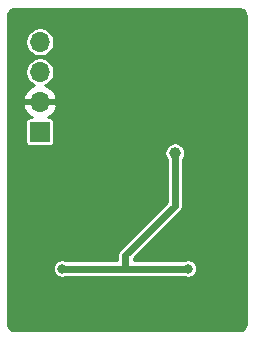
<source format=gbl>
G04 #@! TF.GenerationSoftware,KiCad,Pcbnew,(5.1.10)-1*
G04 #@! TF.CreationDate,2021-08-02T23:12:01-04:00*
G04 #@! TF.ProjectId,entropy r3,656e7472-6f70-4792-9072-332e6b696361,rev?*
G04 #@! TF.SameCoordinates,Original*
G04 #@! TF.FileFunction,Copper,L2,Bot*
G04 #@! TF.FilePolarity,Positive*
%FSLAX46Y46*%
G04 Gerber Fmt 4.6, Leading zero omitted, Abs format (unit mm)*
G04 Created by KiCad (PCBNEW (5.1.10)-1) date 2021-08-02 23:12:01*
%MOMM*%
%LPD*%
G01*
G04 APERTURE LIST*
G04 #@! TA.AperFunction,ComponentPad*
%ADD10C,1.000000*%
G04 #@! TD*
G04 #@! TA.AperFunction,ComponentPad*
%ADD11R,1.700000X1.700000*%
G04 #@! TD*
G04 #@! TA.AperFunction,ComponentPad*
%ADD12O,1.700000X1.700000*%
G04 #@! TD*
G04 #@! TA.AperFunction,ViaPad*
%ADD13C,0.800000*%
G04 #@! TD*
G04 #@! TA.AperFunction,Conductor*
%ADD14C,0.609600*%
G04 #@! TD*
G04 #@! TA.AperFunction,Conductor*
%ADD15C,0.254000*%
G04 #@! TD*
G04 #@! TA.AperFunction,Conductor*
%ADD16C,0.100000*%
G04 #@! TD*
G04 APERTURE END LIST*
D10*
X147066000Y-67564000D03*
D11*
X135636000Y-65786000D03*
D12*
X135636000Y-63246000D03*
X135636000Y-60706000D03*
X135636000Y-58166000D03*
D13*
X147600000Y-60800000D03*
X142000000Y-62900000D03*
X152300000Y-56200000D03*
X142300000Y-57800000D03*
X133500000Y-56000000D03*
X133500000Y-82000000D03*
X152600000Y-81900000D03*
X137200000Y-62200000D03*
X137200000Y-64400000D03*
X133800000Y-62200000D03*
X133800000Y-64400000D03*
X152400000Y-59400000D03*
X145600000Y-64900000D03*
X142100000Y-72100000D03*
X137400000Y-73600000D03*
X140800000Y-82100000D03*
X142300000Y-80500000D03*
X143800000Y-80500000D03*
X147300000Y-82000000D03*
X152500000Y-75200000D03*
X145400000Y-75300000D03*
X148100000Y-72100000D03*
X142000000Y-60400000D03*
X144900000Y-67800000D03*
X148200000Y-76100000D03*
X138200000Y-79000000D03*
X140323000Y-69862000D03*
X141100000Y-67400000D03*
X137527000Y-77357000D03*
X148195000Y-77357000D03*
D14*
X137527000Y-77357000D02*
X142889000Y-77357000D01*
X142889000Y-77357000D02*
X148195000Y-77357000D01*
X142889000Y-76214000D02*
X142889000Y-77357000D01*
X147066000Y-72037000D02*
X142889000Y-76214000D01*
X147066000Y-67564000D02*
X147066000Y-72037000D01*
D15*
X152614994Y-55419222D02*
X152725614Y-55452620D01*
X152827639Y-55506868D01*
X152917179Y-55579895D01*
X152990833Y-55668925D01*
X153045792Y-55770572D01*
X153079960Y-55880949D01*
X153094000Y-56014528D01*
X153094001Y-81980136D01*
X153080778Y-82114994D01*
X153047379Y-82225615D01*
X152993132Y-82327639D01*
X152920106Y-82417179D01*
X152831072Y-82490834D01*
X152729428Y-82545792D01*
X152619051Y-82579960D01*
X152485472Y-82594000D01*
X133519854Y-82594000D01*
X133385006Y-82580778D01*
X133274385Y-82547379D01*
X133172361Y-82493132D01*
X133082821Y-82420106D01*
X133009166Y-82331072D01*
X132954208Y-82229428D01*
X132920040Y-82119051D01*
X132906000Y-81985472D01*
X132906000Y-77280078D01*
X136746000Y-77280078D01*
X136746000Y-77433922D01*
X136776013Y-77584809D01*
X136834887Y-77726942D01*
X136920358Y-77854859D01*
X137029141Y-77963642D01*
X137157058Y-78049113D01*
X137299191Y-78107987D01*
X137450078Y-78138000D01*
X137603922Y-78138000D01*
X137754809Y-78107987D01*
X137896942Y-78049113D01*
X137906390Y-78042800D01*
X142855312Y-78042800D01*
X142889000Y-78046118D01*
X142922689Y-78042800D01*
X147815610Y-78042800D01*
X147825058Y-78049113D01*
X147967191Y-78107987D01*
X148118078Y-78138000D01*
X148271922Y-78138000D01*
X148422809Y-78107987D01*
X148564942Y-78049113D01*
X148692859Y-77963642D01*
X148801642Y-77854859D01*
X148887113Y-77726942D01*
X148945987Y-77584809D01*
X148976000Y-77433922D01*
X148976000Y-77280078D01*
X148945987Y-77129191D01*
X148887113Y-76987058D01*
X148801642Y-76859141D01*
X148692859Y-76750358D01*
X148564942Y-76664887D01*
X148422809Y-76606013D01*
X148271922Y-76576000D01*
X148118078Y-76576000D01*
X147967191Y-76606013D01*
X147825058Y-76664887D01*
X147815610Y-76671200D01*
X143574800Y-76671200D01*
X143574800Y-76498067D01*
X147527115Y-72545753D01*
X147553280Y-72524280D01*
X147638981Y-72419853D01*
X147702662Y-72300714D01*
X147741877Y-72171440D01*
X147751800Y-72070689D01*
X147751800Y-72070680D01*
X147755117Y-72037001D01*
X147751800Y-72003322D01*
X147751800Y-68123387D01*
X147846732Y-67981310D01*
X147913144Y-67820978D01*
X147947000Y-67650771D01*
X147947000Y-67477229D01*
X147913144Y-67307022D01*
X147846732Y-67146690D01*
X147750318Y-67002395D01*
X147627605Y-66879682D01*
X147483310Y-66783268D01*
X147322978Y-66716856D01*
X147152771Y-66683000D01*
X146979229Y-66683000D01*
X146809022Y-66716856D01*
X146648690Y-66783268D01*
X146504395Y-66879682D01*
X146381682Y-67002395D01*
X146285268Y-67146690D01*
X146218856Y-67307022D01*
X146185000Y-67477229D01*
X146185000Y-67650771D01*
X146218856Y-67820978D01*
X146285268Y-67981310D01*
X146380200Y-68123387D01*
X146380201Y-71752931D01*
X142427887Y-75705246D01*
X142401720Y-75726721D01*
X142316019Y-75831148D01*
X142252338Y-75950287D01*
X142213123Y-76079561D01*
X142203200Y-76180312D01*
X142203200Y-76180321D01*
X142199883Y-76214000D01*
X142203200Y-76247679D01*
X142203200Y-76671200D01*
X137906390Y-76671200D01*
X137896942Y-76664887D01*
X137754809Y-76606013D01*
X137603922Y-76576000D01*
X137450078Y-76576000D01*
X137299191Y-76606013D01*
X137157058Y-76664887D01*
X137029141Y-76750358D01*
X136920358Y-76859141D01*
X136834887Y-76987058D01*
X136776013Y-77129191D01*
X136746000Y-77280078D01*
X132906000Y-77280078D01*
X132906000Y-63602890D01*
X134194524Y-63602890D01*
X134239175Y-63750099D01*
X134364359Y-64012920D01*
X134538412Y-64246269D01*
X134754645Y-64441178D01*
X134942633Y-64553157D01*
X134786000Y-64553157D01*
X134711311Y-64560513D01*
X134639492Y-64582299D01*
X134573304Y-64617678D01*
X134515289Y-64665289D01*
X134467678Y-64723304D01*
X134432299Y-64789492D01*
X134410513Y-64861311D01*
X134403157Y-64936000D01*
X134403157Y-66636000D01*
X134410513Y-66710689D01*
X134432299Y-66782508D01*
X134467678Y-66848696D01*
X134515289Y-66906711D01*
X134573304Y-66954322D01*
X134639492Y-66989701D01*
X134711311Y-67011487D01*
X134786000Y-67018843D01*
X136486000Y-67018843D01*
X136560689Y-67011487D01*
X136632508Y-66989701D01*
X136698696Y-66954322D01*
X136756711Y-66906711D01*
X136804322Y-66848696D01*
X136839701Y-66782508D01*
X136861487Y-66710689D01*
X136868843Y-66636000D01*
X136868843Y-64936000D01*
X136861487Y-64861311D01*
X136839701Y-64789492D01*
X136804322Y-64723304D01*
X136756711Y-64665289D01*
X136698696Y-64617678D01*
X136632508Y-64582299D01*
X136560689Y-64560513D01*
X136486000Y-64553157D01*
X136329367Y-64553157D01*
X136517355Y-64441178D01*
X136733588Y-64246269D01*
X136907641Y-64012920D01*
X137032825Y-63750099D01*
X137077476Y-63602890D01*
X136956155Y-63373000D01*
X135763000Y-63373000D01*
X135763000Y-63393000D01*
X135509000Y-63393000D01*
X135509000Y-63373000D01*
X134315845Y-63373000D01*
X134194524Y-63602890D01*
X132906000Y-63602890D01*
X132906000Y-62889110D01*
X134194524Y-62889110D01*
X134315845Y-63119000D01*
X135509000Y-63119000D01*
X135509000Y-63099000D01*
X135763000Y-63099000D01*
X135763000Y-63119000D01*
X136956155Y-63119000D01*
X137077476Y-62889110D01*
X137032825Y-62741901D01*
X136907641Y-62479080D01*
X136733588Y-62245731D01*
X136517355Y-62050822D01*
X136267252Y-61901843D01*
X136104832Y-61844228D01*
X136219097Y-61796898D01*
X136420717Y-61662180D01*
X136592180Y-61490717D01*
X136726898Y-61289097D01*
X136819693Y-61065069D01*
X136867000Y-60827243D01*
X136867000Y-60584757D01*
X136819693Y-60346931D01*
X136726898Y-60122903D01*
X136592180Y-59921283D01*
X136420717Y-59749820D01*
X136219097Y-59615102D01*
X135995069Y-59522307D01*
X135757243Y-59475000D01*
X135514757Y-59475000D01*
X135276931Y-59522307D01*
X135052903Y-59615102D01*
X134851283Y-59749820D01*
X134679820Y-59921283D01*
X134545102Y-60122903D01*
X134452307Y-60346931D01*
X134405000Y-60584757D01*
X134405000Y-60827243D01*
X134452307Y-61065069D01*
X134545102Y-61289097D01*
X134679820Y-61490717D01*
X134851283Y-61662180D01*
X135052903Y-61796898D01*
X135167168Y-61844228D01*
X135004748Y-61901843D01*
X134754645Y-62050822D01*
X134538412Y-62245731D01*
X134364359Y-62479080D01*
X134239175Y-62741901D01*
X134194524Y-62889110D01*
X132906000Y-62889110D01*
X132906000Y-58044757D01*
X134405000Y-58044757D01*
X134405000Y-58287243D01*
X134452307Y-58525069D01*
X134545102Y-58749097D01*
X134679820Y-58950717D01*
X134851283Y-59122180D01*
X135052903Y-59256898D01*
X135276931Y-59349693D01*
X135514757Y-59397000D01*
X135757243Y-59397000D01*
X135995069Y-59349693D01*
X136219097Y-59256898D01*
X136420717Y-59122180D01*
X136592180Y-58950717D01*
X136726898Y-58749097D01*
X136819693Y-58525069D01*
X136867000Y-58287243D01*
X136867000Y-58044757D01*
X136819693Y-57806931D01*
X136726898Y-57582903D01*
X136592180Y-57381283D01*
X136420717Y-57209820D01*
X136219097Y-57075102D01*
X135995069Y-56982307D01*
X135757243Y-56935000D01*
X135514757Y-56935000D01*
X135276931Y-56982307D01*
X135052903Y-57075102D01*
X134851283Y-57209820D01*
X134679820Y-57381283D01*
X134545102Y-57582903D01*
X134452307Y-57806931D01*
X134405000Y-58044757D01*
X132906000Y-58044757D01*
X132906000Y-56019854D01*
X132919222Y-55885006D01*
X132952620Y-55774386D01*
X133006868Y-55672361D01*
X133079895Y-55582821D01*
X133168925Y-55509167D01*
X133270572Y-55454208D01*
X133380949Y-55420040D01*
X133514528Y-55406000D01*
X152480146Y-55406000D01*
X152614994Y-55419222D01*
G04 #@! TA.AperFunction,Conductor*
D16*
G36*
X152614994Y-55419222D02*
G01*
X152725614Y-55452620D01*
X152827639Y-55506868D01*
X152917179Y-55579895D01*
X152990833Y-55668925D01*
X153045792Y-55770572D01*
X153079960Y-55880949D01*
X153094000Y-56014528D01*
X153094001Y-81980136D01*
X153080778Y-82114994D01*
X153047379Y-82225615D01*
X152993132Y-82327639D01*
X152920106Y-82417179D01*
X152831072Y-82490834D01*
X152729428Y-82545792D01*
X152619051Y-82579960D01*
X152485472Y-82594000D01*
X133519854Y-82594000D01*
X133385006Y-82580778D01*
X133274385Y-82547379D01*
X133172361Y-82493132D01*
X133082821Y-82420106D01*
X133009166Y-82331072D01*
X132954208Y-82229428D01*
X132920040Y-82119051D01*
X132906000Y-81985472D01*
X132906000Y-77280078D01*
X136746000Y-77280078D01*
X136746000Y-77433922D01*
X136776013Y-77584809D01*
X136834887Y-77726942D01*
X136920358Y-77854859D01*
X137029141Y-77963642D01*
X137157058Y-78049113D01*
X137299191Y-78107987D01*
X137450078Y-78138000D01*
X137603922Y-78138000D01*
X137754809Y-78107987D01*
X137896942Y-78049113D01*
X137906390Y-78042800D01*
X142855312Y-78042800D01*
X142889000Y-78046118D01*
X142922689Y-78042800D01*
X147815610Y-78042800D01*
X147825058Y-78049113D01*
X147967191Y-78107987D01*
X148118078Y-78138000D01*
X148271922Y-78138000D01*
X148422809Y-78107987D01*
X148564942Y-78049113D01*
X148692859Y-77963642D01*
X148801642Y-77854859D01*
X148887113Y-77726942D01*
X148945987Y-77584809D01*
X148976000Y-77433922D01*
X148976000Y-77280078D01*
X148945987Y-77129191D01*
X148887113Y-76987058D01*
X148801642Y-76859141D01*
X148692859Y-76750358D01*
X148564942Y-76664887D01*
X148422809Y-76606013D01*
X148271922Y-76576000D01*
X148118078Y-76576000D01*
X147967191Y-76606013D01*
X147825058Y-76664887D01*
X147815610Y-76671200D01*
X143574800Y-76671200D01*
X143574800Y-76498067D01*
X147527115Y-72545753D01*
X147553280Y-72524280D01*
X147638981Y-72419853D01*
X147702662Y-72300714D01*
X147741877Y-72171440D01*
X147751800Y-72070689D01*
X147751800Y-72070680D01*
X147755117Y-72037001D01*
X147751800Y-72003322D01*
X147751800Y-68123387D01*
X147846732Y-67981310D01*
X147913144Y-67820978D01*
X147947000Y-67650771D01*
X147947000Y-67477229D01*
X147913144Y-67307022D01*
X147846732Y-67146690D01*
X147750318Y-67002395D01*
X147627605Y-66879682D01*
X147483310Y-66783268D01*
X147322978Y-66716856D01*
X147152771Y-66683000D01*
X146979229Y-66683000D01*
X146809022Y-66716856D01*
X146648690Y-66783268D01*
X146504395Y-66879682D01*
X146381682Y-67002395D01*
X146285268Y-67146690D01*
X146218856Y-67307022D01*
X146185000Y-67477229D01*
X146185000Y-67650771D01*
X146218856Y-67820978D01*
X146285268Y-67981310D01*
X146380200Y-68123387D01*
X146380201Y-71752931D01*
X142427887Y-75705246D01*
X142401720Y-75726721D01*
X142316019Y-75831148D01*
X142252338Y-75950287D01*
X142213123Y-76079561D01*
X142203200Y-76180312D01*
X142203200Y-76180321D01*
X142199883Y-76214000D01*
X142203200Y-76247679D01*
X142203200Y-76671200D01*
X137906390Y-76671200D01*
X137896942Y-76664887D01*
X137754809Y-76606013D01*
X137603922Y-76576000D01*
X137450078Y-76576000D01*
X137299191Y-76606013D01*
X137157058Y-76664887D01*
X137029141Y-76750358D01*
X136920358Y-76859141D01*
X136834887Y-76987058D01*
X136776013Y-77129191D01*
X136746000Y-77280078D01*
X132906000Y-77280078D01*
X132906000Y-63602890D01*
X134194524Y-63602890D01*
X134239175Y-63750099D01*
X134364359Y-64012920D01*
X134538412Y-64246269D01*
X134754645Y-64441178D01*
X134942633Y-64553157D01*
X134786000Y-64553157D01*
X134711311Y-64560513D01*
X134639492Y-64582299D01*
X134573304Y-64617678D01*
X134515289Y-64665289D01*
X134467678Y-64723304D01*
X134432299Y-64789492D01*
X134410513Y-64861311D01*
X134403157Y-64936000D01*
X134403157Y-66636000D01*
X134410513Y-66710689D01*
X134432299Y-66782508D01*
X134467678Y-66848696D01*
X134515289Y-66906711D01*
X134573304Y-66954322D01*
X134639492Y-66989701D01*
X134711311Y-67011487D01*
X134786000Y-67018843D01*
X136486000Y-67018843D01*
X136560689Y-67011487D01*
X136632508Y-66989701D01*
X136698696Y-66954322D01*
X136756711Y-66906711D01*
X136804322Y-66848696D01*
X136839701Y-66782508D01*
X136861487Y-66710689D01*
X136868843Y-66636000D01*
X136868843Y-64936000D01*
X136861487Y-64861311D01*
X136839701Y-64789492D01*
X136804322Y-64723304D01*
X136756711Y-64665289D01*
X136698696Y-64617678D01*
X136632508Y-64582299D01*
X136560689Y-64560513D01*
X136486000Y-64553157D01*
X136329367Y-64553157D01*
X136517355Y-64441178D01*
X136733588Y-64246269D01*
X136907641Y-64012920D01*
X137032825Y-63750099D01*
X137077476Y-63602890D01*
X136956155Y-63373000D01*
X135763000Y-63373000D01*
X135763000Y-63393000D01*
X135509000Y-63393000D01*
X135509000Y-63373000D01*
X134315845Y-63373000D01*
X134194524Y-63602890D01*
X132906000Y-63602890D01*
X132906000Y-62889110D01*
X134194524Y-62889110D01*
X134315845Y-63119000D01*
X135509000Y-63119000D01*
X135509000Y-63099000D01*
X135763000Y-63099000D01*
X135763000Y-63119000D01*
X136956155Y-63119000D01*
X137077476Y-62889110D01*
X137032825Y-62741901D01*
X136907641Y-62479080D01*
X136733588Y-62245731D01*
X136517355Y-62050822D01*
X136267252Y-61901843D01*
X136104832Y-61844228D01*
X136219097Y-61796898D01*
X136420717Y-61662180D01*
X136592180Y-61490717D01*
X136726898Y-61289097D01*
X136819693Y-61065069D01*
X136867000Y-60827243D01*
X136867000Y-60584757D01*
X136819693Y-60346931D01*
X136726898Y-60122903D01*
X136592180Y-59921283D01*
X136420717Y-59749820D01*
X136219097Y-59615102D01*
X135995069Y-59522307D01*
X135757243Y-59475000D01*
X135514757Y-59475000D01*
X135276931Y-59522307D01*
X135052903Y-59615102D01*
X134851283Y-59749820D01*
X134679820Y-59921283D01*
X134545102Y-60122903D01*
X134452307Y-60346931D01*
X134405000Y-60584757D01*
X134405000Y-60827243D01*
X134452307Y-61065069D01*
X134545102Y-61289097D01*
X134679820Y-61490717D01*
X134851283Y-61662180D01*
X135052903Y-61796898D01*
X135167168Y-61844228D01*
X135004748Y-61901843D01*
X134754645Y-62050822D01*
X134538412Y-62245731D01*
X134364359Y-62479080D01*
X134239175Y-62741901D01*
X134194524Y-62889110D01*
X132906000Y-62889110D01*
X132906000Y-58044757D01*
X134405000Y-58044757D01*
X134405000Y-58287243D01*
X134452307Y-58525069D01*
X134545102Y-58749097D01*
X134679820Y-58950717D01*
X134851283Y-59122180D01*
X135052903Y-59256898D01*
X135276931Y-59349693D01*
X135514757Y-59397000D01*
X135757243Y-59397000D01*
X135995069Y-59349693D01*
X136219097Y-59256898D01*
X136420717Y-59122180D01*
X136592180Y-58950717D01*
X136726898Y-58749097D01*
X136819693Y-58525069D01*
X136867000Y-58287243D01*
X136867000Y-58044757D01*
X136819693Y-57806931D01*
X136726898Y-57582903D01*
X136592180Y-57381283D01*
X136420717Y-57209820D01*
X136219097Y-57075102D01*
X135995069Y-56982307D01*
X135757243Y-56935000D01*
X135514757Y-56935000D01*
X135276931Y-56982307D01*
X135052903Y-57075102D01*
X134851283Y-57209820D01*
X134679820Y-57381283D01*
X134545102Y-57582903D01*
X134452307Y-57806931D01*
X134405000Y-58044757D01*
X132906000Y-58044757D01*
X132906000Y-56019854D01*
X132919222Y-55885006D01*
X132952620Y-55774386D01*
X133006868Y-55672361D01*
X133079895Y-55582821D01*
X133168925Y-55509167D01*
X133270572Y-55454208D01*
X133380949Y-55420040D01*
X133514528Y-55406000D01*
X152480146Y-55406000D01*
X152614994Y-55419222D01*
G37*
G04 #@! TD.AperFunction*
M02*

</source>
